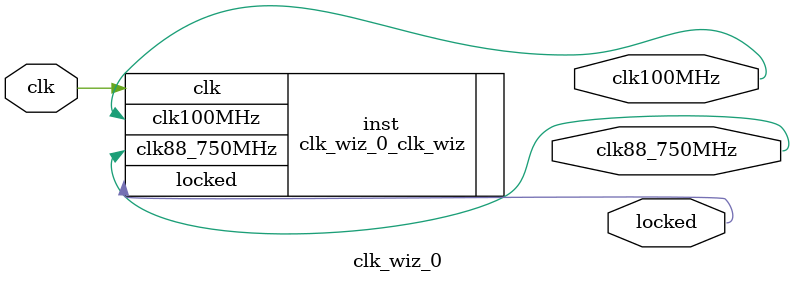
<source format=v>


`timescale 1ps/1ps

(* CORE_GENERATION_INFO = "clk_wiz_0,clk_wiz_v6_0_9_0_0,{component_name=clk_wiz_0,use_phase_alignment=true,use_min_o_jitter=false,use_max_i_jitter=false,use_dyn_phase_shift=false,use_inclk_switchover=false,use_dyn_reconfig=false,enable_axi=0,feedback_source=FDBK_AUTO,PRIMITIVE=MMCM,num_out_clk=2,clkin1_period=10.000,clkin2_period=10.000,use_power_down=false,use_reset=false,use_locked=true,use_inclk_stopped=false,feedback_type=SINGLE,CLOCK_MGR_TYPE=NA,manual_override=false}" *)

module clk_wiz_0 
 (
  // Clock out ports
  output        clk100MHz,
  output        clk88_750MHz,
  // Status and control signals
  output        locked,
 // Clock in ports
  input         clk
 );

  clk_wiz_0_clk_wiz inst
  (
  // Clock out ports  
  .clk100MHz(clk100MHz),
  .clk88_750MHz(clk88_750MHz),
  // Status and control signals               
  .locked(locked),
 // Clock in ports
  .clk(clk)
  );

endmodule

</source>
